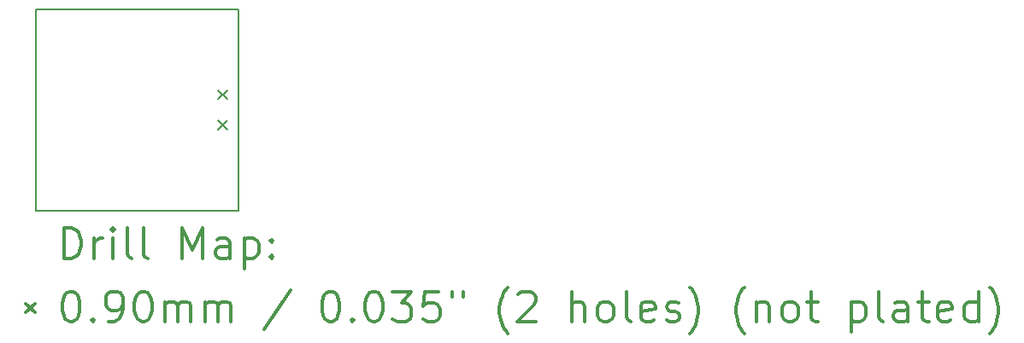
<source format=gbr>
%FSLAX45Y45*%
G04 Gerber Fmt 4.5, Leading zero omitted, Abs format (unit mm)*
G04 Created by KiCad (PCBNEW 5.1.6-c6e7f7d~87~ubuntu19.10.1) date 2020-11-06 01:06:04*
%MOMM*%
%LPD*%
G01*
G04 APERTURE LIST*
%TA.AperFunction,Profile*%
%ADD10C,0.150000*%
%TD*%
%ADD11C,0.200000*%
%ADD12C,0.300000*%
G04 APERTURE END LIST*
D10*
X6677960Y-3605340D02*
X6687960Y-3605340D01*
X6677960Y-5605340D02*
X6677960Y-3605340D01*
X6687960Y-5605340D02*
X6677960Y-5605340D01*
X8687960Y-5605340D02*
X6687960Y-5605340D01*
X8687960Y-3605340D02*
X8687960Y-5605340D01*
X6687960Y-3605340D02*
X8687960Y-3605340D01*
D11*
X8485960Y-4410340D02*
X8575960Y-4500340D01*
X8575960Y-4410340D02*
X8485960Y-4500340D01*
X8485960Y-4710340D02*
X8575960Y-4800340D01*
X8575960Y-4710340D02*
X8485960Y-4800340D01*
D12*
X6956888Y-6078554D02*
X6956888Y-5778554D01*
X7028317Y-5778554D01*
X7071174Y-5792840D01*
X7099746Y-5821411D01*
X7114031Y-5849983D01*
X7128317Y-5907126D01*
X7128317Y-5949983D01*
X7114031Y-6007126D01*
X7099746Y-6035697D01*
X7071174Y-6064269D01*
X7028317Y-6078554D01*
X6956888Y-6078554D01*
X7256888Y-6078554D02*
X7256888Y-5878554D01*
X7256888Y-5935697D02*
X7271174Y-5907126D01*
X7285460Y-5892840D01*
X7314031Y-5878554D01*
X7342603Y-5878554D01*
X7442603Y-6078554D02*
X7442603Y-5878554D01*
X7442603Y-5778554D02*
X7428317Y-5792840D01*
X7442603Y-5807126D01*
X7456888Y-5792840D01*
X7442603Y-5778554D01*
X7442603Y-5807126D01*
X7628317Y-6078554D02*
X7599746Y-6064269D01*
X7585460Y-6035697D01*
X7585460Y-5778554D01*
X7785460Y-6078554D02*
X7756888Y-6064269D01*
X7742603Y-6035697D01*
X7742603Y-5778554D01*
X8128317Y-6078554D02*
X8128317Y-5778554D01*
X8228317Y-5992840D01*
X8328317Y-5778554D01*
X8328317Y-6078554D01*
X8599746Y-6078554D02*
X8599746Y-5921411D01*
X8585460Y-5892840D01*
X8556888Y-5878554D01*
X8499746Y-5878554D01*
X8471174Y-5892840D01*
X8599746Y-6064269D02*
X8571174Y-6078554D01*
X8499746Y-6078554D01*
X8471174Y-6064269D01*
X8456888Y-6035697D01*
X8456888Y-6007126D01*
X8471174Y-5978554D01*
X8499746Y-5964269D01*
X8571174Y-5964269D01*
X8599746Y-5949983D01*
X8742603Y-5878554D02*
X8742603Y-6178554D01*
X8742603Y-5892840D02*
X8771174Y-5878554D01*
X8828317Y-5878554D01*
X8856888Y-5892840D01*
X8871174Y-5907126D01*
X8885460Y-5935697D01*
X8885460Y-6021411D01*
X8871174Y-6049983D01*
X8856888Y-6064269D01*
X8828317Y-6078554D01*
X8771174Y-6078554D01*
X8742603Y-6064269D01*
X9014031Y-6049983D02*
X9028317Y-6064269D01*
X9014031Y-6078554D01*
X8999746Y-6064269D01*
X9014031Y-6049983D01*
X9014031Y-6078554D01*
X9014031Y-5892840D02*
X9028317Y-5907126D01*
X9014031Y-5921411D01*
X8999746Y-5907126D01*
X9014031Y-5892840D01*
X9014031Y-5921411D01*
X6580460Y-6527840D02*
X6670460Y-6617840D01*
X6670460Y-6527840D02*
X6580460Y-6617840D01*
X7014031Y-6408554D02*
X7042603Y-6408554D01*
X7071174Y-6422840D01*
X7085460Y-6437126D01*
X7099746Y-6465697D01*
X7114031Y-6522840D01*
X7114031Y-6594269D01*
X7099746Y-6651411D01*
X7085460Y-6679983D01*
X7071174Y-6694269D01*
X7042603Y-6708554D01*
X7014031Y-6708554D01*
X6985460Y-6694269D01*
X6971174Y-6679983D01*
X6956888Y-6651411D01*
X6942603Y-6594269D01*
X6942603Y-6522840D01*
X6956888Y-6465697D01*
X6971174Y-6437126D01*
X6985460Y-6422840D01*
X7014031Y-6408554D01*
X7242603Y-6679983D02*
X7256888Y-6694269D01*
X7242603Y-6708554D01*
X7228317Y-6694269D01*
X7242603Y-6679983D01*
X7242603Y-6708554D01*
X7399746Y-6708554D02*
X7456888Y-6708554D01*
X7485460Y-6694269D01*
X7499746Y-6679983D01*
X7528317Y-6637126D01*
X7542603Y-6579983D01*
X7542603Y-6465697D01*
X7528317Y-6437126D01*
X7514031Y-6422840D01*
X7485460Y-6408554D01*
X7428317Y-6408554D01*
X7399746Y-6422840D01*
X7385460Y-6437126D01*
X7371174Y-6465697D01*
X7371174Y-6537126D01*
X7385460Y-6565697D01*
X7399746Y-6579983D01*
X7428317Y-6594269D01*
X7485460Y-6594269D01*
X7514031Y-6579983D01*
X7528317Y-6565697D01*
X7542603Y-6537126D01*
X7728317Y-6408554D02*
X7756888Y-6408554D01*
X7785460Y-6422840D01*
X7799746Y-6437126D01*
X7814031Y-6465697D01*
X7828317Y-6522840D01*
X7828317Y-6594269D01*
X7814031Y-6651411D01*
X7799746Y-6679983D01*
X7785460Y-6694269D01*
X7756888Y-6708554D01*
X7728317Y-6708554D01*
X7699746Y-6694269D01*
X7685460Y-6679983D01*
X7671174Y-6651411D01*
X7656888Y-6594269D01*
X7656888Y-6522840D01*
X7671174Y-6465697D01*
X7685460Y-6437126D01*
X7699746Y-6422840D01*
X7728317Y-6408554D01*
X7956888Y-6708554D02*
X7956888Y-6508554D01*
X7956888Y-6537126D02*
X7971174Y-6522840D01*
X7999746Y-6508554D01*
X8042603Y-6508554D01*
X8071174Y-6522840D01*
X8085460Y-6551411D01*
X8085460Y-6708554D01*
X8085460Y-6551411D02*
X8099746Y-6522840D01*
X8128317Y-6508554D01*
X8171174Y-6508554D01*
X8199746Y-6522840D01*
X8214031Y-6551411D01*
X8214031Y-6708554D01*
X8356888Y-6708554D02*
X8356888Y-6508554D01*
X8356888Y-6537126D02*
X8371174Y-6522840D01*
X8399746Y-6508554D01*
X8442603Y-6508554D01*
X8471174Y-6522840D01*
X8485460Y-6551411D01*
X8485460Y-6708554D01*
X8485460Y-6551411D02*
X8499746Y-6522840D01*
X8528317Y-6508554D01*
X8571174Y-6508554D01*
X8599746Y-6522840D01*
X8614031Y-6551411D01*
X8614031Y-6708554D01*
X9199746Y-6394269D02*
X8942603Y-6779983D01*
X9585460Y-6408554D02*
X9614031Y-6408554D01*
X9642603Y-6422840D01*
X9656888Y-6437126D01*
X9671174Y-6465697D01*
X9685460Y-6522840D01*
X9685460Y-6594269D01*
X9671174Y-6651411D01*
X9656888Y-6679983D01*
X9642603Y-6694269D01*
X9614031Y-6708554D01*
X9585460Y-6708554D01*
X9556888Y-6694269D01*
X9542603Y-6679983D01*
X9528317Y-6651411D01*
X9514031Y-6594269D01*
X9514031Y-6522840D01*
X9528317Y-6465697D01*
X9542603Y-6437126D01*
X9556888Y-6422840D01*
X9585460Y-6408554D01*
X9814031Y-6679983D02*
X9828317Y-6694269D01*
X9814031Y-6708554D01*
X9799746Y-6694269D01*
X9814031Y-6679983D01*
X9814031Y-6708554D01*
X10014031Y-6408554D02*
X10042603Y-6408554D01*
X10071174Y-6422840D01*
X10085460Y-6437126D01*
X10099746Y-6465697D01*
X10114031Y-6522840D01*
X10114031Y-6594269D01*
X10099746Y-6651411D01*
X10085460Y-6679983D01*
X10071174Y-6694269D01*
X10042603Y-6708554D01*
X10014031Y-6708554D01*
X9985460Y-6694269D01*
X9971174Y-6679983D01*
X9956888Y-6651411D01*
X9942603Y-6594269D01*
X9942603Y-6522840D01*
X9956888Y-6465697D01*
X9971174Y-6437126D01*
X9985460Y-6422840D01*
X10014031Y-6408554D01*
X10214031Y-6408554D02*
X10399746Y-6408554D01*
X10299746Y-6522840D01*
X10342603Y-6522840D01*
X10371174Y-6537126D01*
X10385460Y-6551411D01*
X10399746Y-6579983D01*
X10399746Y-6651411D01*
X10385460Y-6679983D01*
X10371174Y-6694269D01*
X10342603Y-6708554D01*
X10256888Y-6708554D01*
X10228317Y-6694269D01*
X10214031Y-6679983D01*
X10671174Y-6408554D02*
X10528317Y-6408554D01*
X10514031Y-6551411D01*
X10528317Y-6537126D01*
X10556888Y-6522840D01*
X10628317Y-6522840D01*
X10656888Y-6537126D01*
X10671174Y-6551411D01*
X10685460Y-6579983D01*
X10685460Y-6651411D01*
X10671174Y-6679983D01*
X10656888Y-6694269D01*
X10628317Y-6708554D01*
X10556888Y-6708554D01*
X10528317Y-6694269D01*
X10514031Y-6679983D01*
X10799746Y-6408554D02*
X10799746Y-6465697D01*
X10914031Y-6408554D02*
X10914031Y-6465697D01*
X11356888Y-6822840D02*
X11342603Y-6808554D01*
X11314031Y-6765697D01*
X11299746Y-6737126D01*
X11285460Y-6694269D01*
X11271174Y-6622840D01*
X11271174Y-6565697D01*
X11285460Y-6494269D01*
X11299746Y-6451411D01*
X11314031Y-6422840D01*
X11342603Y-6379983D01*
X11356888Y-6365697D01*
X11456888Y-6437126D02*
X11471174Y-6422840D01*
X11499746Y-6408554D01*
X11571174Y-6408554D01*
X11599746Y-6422840D01*
X11614031Y-6437126D01*
X11628317Y-6465697D01*
X11628317Y-6494269D01*
X11614031Y-6537126D01*
X11442603Y-6708554D01*
X11628317Y-6708554D01*
X11985460Y-6708554D02*
X11985460Y-6408554D01*
X12114031Y-6708554D02*
X12114031Y-6551411D01*
X12099746Y-6522840D01*
X12071174Y-6508554D01*
X12028317Y-6508554D01*
X11999746Y-6522840D01*
X11985460Y-6537126D01*
X12299746Y-6708554D02*
X12271174Y-6694269D01*
X12256888Y-6679983D01*
X12242603Y-6651411D01*
X12242603Y-6565697D01*
X12256888Y-6537126D01*
X12271174Y-6522840D01*
X12299746Y-6508554D01*
X12342603Y-6508554D01*
X12371174Y-6522840D01*
X12385460Y-6537126D01*
X12399746Y-6565697D01*
X12399746Y-6651411D01*
X12385460Y-6679983D01*
X12371174Y-6694269D01*
X12342603Y-6708554D01*
X12299746Y-6708554D01*
X12571174Y-6708554D02*
X12542603Y-6694269D01*
X12528317Y-6665697D01*
X12528317Y-6408554D01*
X12799746Y-6694269D02*
X12771174Y-6708554D01*
X12714031Y-6708554D01*
X12685460Y-6694269D01*
X12671174Y-6665697D01*
X12671174Y-6551411D01*
X12685460Y-6522840D01*
X12714031Y-6508554D01*
X12771174Y-6508554D01*
X12799746Y-6522840D01*
X12814031Y-6551411D01*
X12814031Y-6579983D01*
X12671174Y-6608554D01*
X12928317Y-6694269D02*
X12956888Y-6708554D01*
X13014031Y-6708554D01*
X13042603Y-6694269D01*
X13056888Y-6665697D01*
X13056888Y-6651411D01*
X13042603Y-6622840D01*
X13014031Y-6608554D01*
X12971174Y-6608554D01*
X12942603Y-6594269D01*
X12928317Y-6565697D01*
X12928317Y-6551411D01*
X12942603Y-6522840D01*
X12971174Y-6508554D01*
X13014031Y-6508554D01*
X13042603Y-6522840D01*
X13156888Y-6822840D02*
X13171174Y-6808554D01*
X13199746Y-6765697D01*
X13214031Y-6737126D01*
X13228317Y-6694269D01*
X13242603Y-6622840D01*
X13242603Y-6565697D01*
X13228317Y-6494269D01*
X13214031Y-6451411D01*
X13199746Y-6422840D01*
X13171174Y-6379983D01*
X13156888Y-6365697D01*
X13699746Y-6822840D02*
X13685460Y-6808554D01*
X13656888Y-6765697D01*
X13642603Y-6737126D01*
X13628317Y-6694269D01*
X13614031Y-6622840D01*
X13614031Y-6565697D01*
X13628317Y-6494269D01*
X13642603Y-6451411D01*
X13656888Y-6422840D01*
X13685460Y-6379983D01*
X13699746Y-6365697D01*
X13814031Y-6508554D02*
X13814031Y-6708554D01*
X13814031Y-6537126D02*
X13828317Y-6522840D01*
X13856888Y-6508554D01*
X13899746Y-6508554D01*
X13928317Y-6522840D01*
X13942603Y-6551411D01*
X13942603Y-6708554D01*
X14128317Y-6708554D02*
X14099746Y-6694269D01*
X14085460Y-6679983D01*
X14071174Y-6651411D01*
X14071174Y-6565697D01*
X14085460Y-6537126D01*
X14099746Y-6522840D01*
X14128317Y-6508554D01*
X14171174Y-6508554D01*
X14199746Y-6522840D01*
X14214031Y-6537126D01*
X14228317Y-6565697D01*
X14228317Y-6651411D01*
X14214031Y-6679983D01*
X14199746Y-6694269D01*
X14171174Y-6708554D01*
X14128317Y-6708554D01*
X14314031Y-6508554D02*
X14428317Y-6508554D01*
X14356888Y-6408554D02*
X14356888Y-6665697D01*
X14371174Y-6694269D01*
X14399746Y-6708554D01*
X14428317Y-6708554D01*
X14756888Y-6508554D02*
X14756888Y-6808554D01*
X14756888Y-6522840D02*
X14785460Y-6508554D01*
X14842603Y-6508554D01*
X14871174Y-6522840D01*
X14885460Y-6537126D01*
X14899746Y-6565697D01*
X14899746Y-6651411D01*
X14885460Y-6679983D01*
X14871174Y-6694269D01*
X14842603Y-6708554D01*
X14785460Y-6708554D01*
X14756888Y-6694269D01*
X15071174Y-6708554D02*
X15042603Y-6694269D01*
X15028317Y-6665697D01*
X15028317Y-6408554D01*
X15314031Y-6708554D02*
X15314031Y-6551411D01*
X15299746Y-6522840D01*
X15271174Y-6508554D01*
X15214031Y-6508554D01*
X15185460Y-6522840D01*
X15314031Y-6694269D02*
X15285460Y-6708554D01*
X15214031Y-6708554D01*
X15185460Y-6694269D01*
X15171174Y-6665697D01*
X15171174Y-6637126D01*
X15185460Y-6608554D01*
X15214031Y-6594269D01*
X15285460Y-6594269D01*
X15314031Y-6579983D01*
X15414031Y-6508554D02*
X15528317Y-6508554D01*
X15456888Y-6408554D02*
X15456888Y-6665697D01*
X15471174Y-6694269D01*
X15499746Y-6708554D01*
X15528317Y-6708554D01*
X15742603Y-6694269D02*
X15714031Y-6708554D01*
X15656888Y-6708554D01*
X15628317Y-6694269D01*
X15614031Y-6665697D01*
X15614031Y-6551411D01*
X15628317Y-6522840D01*
X15656888Y-6508554D01*
X15714031Y-6508554D01*
X15742603Y-6522840D01*
X15756888Y-6551411D01*
X15756888Y-6579983D01*
X15614031Y-6608554D01*
X16014031Y-6708554D02*
X16014031Y-6408554D01*
X16014031Y-6694269D02*
X15985460Y-6708554D01*
X15928317Y-6708554D01*
X15899746Y-6694269D01*
X15885460Y-6679983D01*
X15871174Y-6651411D01*
X15871174Y-6565697D01*
X15885460Y-6537126D01*
X15899746Y-6522840D01*
X15928317Y-6508554D01*
X15985460Y-6508554D01*
X16014031Y-6522840D01*
X16128317Y-6822840D02*
X16142603Y-6808554D01*
X16171174Y-6765697D01*
X16185460Y-6737126D01*
X16199746Y-6694269D01*
X16214031Y-6622840D01*
X16214031Y-6565697D01*
X16199746Y-6494269D01*
X16185460Y-6451411D01*
X16171174Y-6422840D01*
X16142603Y-6379983D01*
X16128317Y-6365697D01*
M02*

</source>
